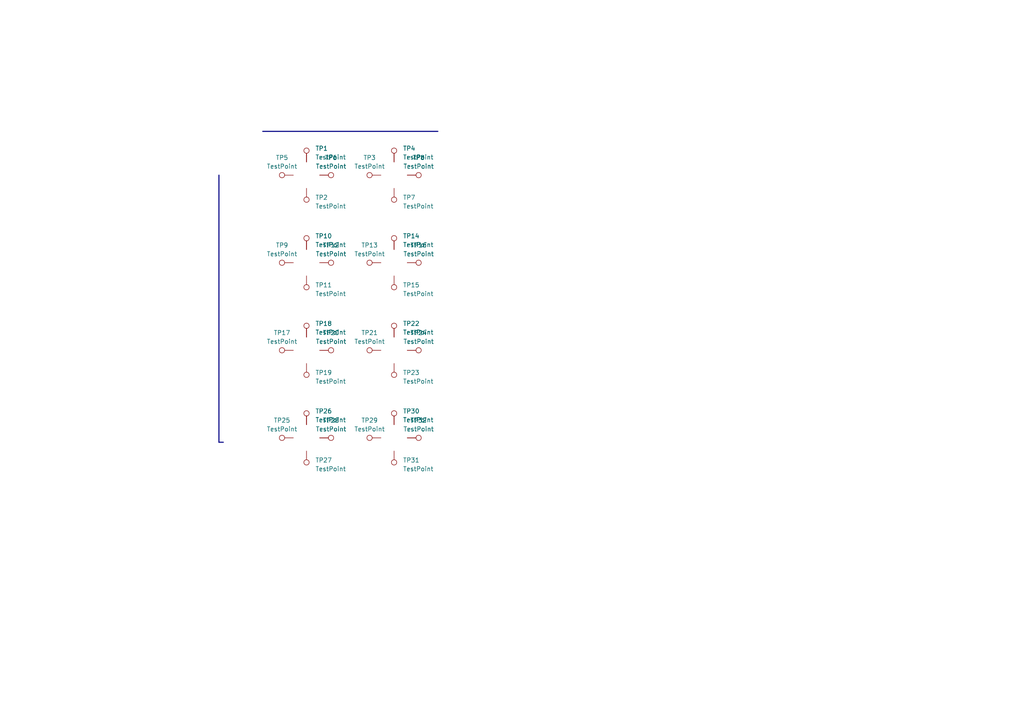
<source format=kicad_sch>
(kicad_sch (version 20230121) (generator eeschema)
  (paper "A4")
  (lib_symbols
    (symbol "Connector:TestPoint" (pin_numbers hide) (pin_names (offset 0.762) hide)
      (property "Reference" "TP" (at 0 6.858 0))
      (property "Value" "TestPoint" (at 0 5.08 0))
      (symbol "TestPoint_0_1"
        (circle (center 0 3.302) (radius 0.762))
      )
      (symbol "TestPoint_1_1"
        (pin passive line (at 0 0 90) (length 2.54) (name "1") (number "1"))
      )
    )
  )
  (bus (pts (xy 76.2 38.1) (xy 127 38.1)))
  (bus (pts (xy 63.5 50.8) (xy 63.5 128.27)))
  (bus (pts (xy 63.5 128.27) (xy 64.77 128.27)))
  (symbol (lib_id "Connector:TestPoint") (at 85.09 50.8 90) (unit 1)
    (property "Reference" "TP5" (at 81.788 45.72 90))
    (property "Value" "TestPoint" (at 81.788 48.26 90))
    (property "Footprint" "TestPoint:TestPoint_Pad_1.0x1.0mm" (effects hide))
  )
  (symbol (lib_id "Connector:TestPoint") (at 110.49 101.6 90) (unit 1)
    (property "Reference" "TP21" (at 107.188 96.52 90))
    (property "Value" "TestPoint" (at 107.188 99.06 90))
    (property "Footprint" "TestPoint:TestPoint_Pad_1.0x1.0mm" (effects hide))
  )
  (symbol (lib_id "Connector:TestPoint") (at 118.11 127 270) (mirror x) (unit 1)
    (property "Reference" "TP32" (at 121.412 121.92 90))
    (property "Value" "TestPoint" (at 121.412 124.46 90))
    (property "Footprint" "TestPoint:TestPoint_Pad_1.0x1.0mm" (effects hide))
  )
  (symbol (lib_id "Connector:TestPoint") (at 88.9 123.19 0) (unit 1)
    (property "Reference" "TP26" (at 91.44 119.253 0) (effects (justify left)))
    (property "Value" "TestPoint" (at 91.44 121.793 0) (effects (justify left)))
    (property "Footprint" "TestPoint:TestPoint_Pad_1.0x1.0mm" (effects hide))
  )
  (symbol (lib_id "Connector:TestPoint") (at 85.09 127 90) (unit 1)
    (property "Reference" "TP25" (at 81.788 121.92 90))
    (property "Value" "TestPoint" (at 81.788 124.46 90))
    (property "Footprint" "TestPoint:TestPoint_Pad_1.0x1.0mm" (effects hide))
  )
  (symbol (lib_id "Connector:TestPoint") (at 92.71 76.2 270) (mirror x) (unit 1)
    (property "Reference" "TP12" (at 96.012 71.12 90))
    (property "Value" "TestPoint" (at 96.012 73.66 90))
    (property "Footprint" "TestPoint:TestPoint_Pad_1.0x1.0mm" (effects hide))
  )
  (symbol (lib_id "Connector:TestPoint") (at 88.9 72.39 0) (unit 1)
    (property "Reference" "TP10" (at 91.44 68.453 0) (effects (justify left)))
    (property "Value" "TestPoint" (at 91.44 70.993 0) (effects (justify left)))
    (property "Footprint" "TestPoint:TestPoint_Pad_1.0x1.0mm" (effects hide))
  )
  (symbol (lib_id "Connector:TestPoint") (at 88.9 130.81 180) (unit 1)
    (property "Reference" "TP27" (at 91.44 133.477 0) (effects (justify right)))
    (property "Value" "TestPoint" (at 91.44 136.017 0) (effects (justify right)))
    (property "Footprint" "TestPoint:TestPoint_Pad_1.0x1.0mm" (effects hide))
  )
  (symbol (lib_id "Connector:TestPoint") (at 88.9 54.61 180) (unit 1)
    (property "Reference" "TP2" (at 91.44 57.277 0) (effects (justify right)))
    (property "Value" "TestPoint" (at 91.44 59.817 0) (effects (justify right)))
    (property "Footprint" "TestPoint:TestPoint_Pad_1.0x1.0mm" (effects hide))
  )
  (symbol (lib_id "Connector:TestPoint") (at 110.49 127 90) (unit 1)
    (property "Reference" "TP29" (at 107.188 121.92 90))
    (property "Value" "TestPoint" (at 107.188 124.46 90))
    (property "Footprint" "TestPoint:TestPoint_Pad_1.0x1.0mm" (effects hide))
  )
  (symbol (lib_id "Connector:TestPoint") (at 92.71 101.6 270) (mirror x) (unit 1)
    (property "Reference" "TP20" (at 96.012 96.52 90))
    (property "Value" "TestPoint" (at 96.012 99.06 90))
    (property "Footprint" "TestPoint:TestPoint_Pad_1.0x1.0mm" (effects hide))
  )
  (symbol (lib_id "Connector:TestPoint") (at 114.3 123.19 0) (unit 1)
    (property "Reference" "TP30" (at 116.84 119.253 0) (effects (justify left)))
    (property "Value" "TestPoint" (at 116.84 121.793 0) (effects (justify left)))
    (property "Footprint" "TestPoint:TestPoint_Pad_1.0x1.0mm" (effects hide))
  )
  (symbol (lib_id "Connector:TestPoint") (at 114.3 46.99 0) (unit 1)
    (property "Reference" "TP4" (at 116.84 43.053 0) (effects (justify left)))
    (property "Value" "TestPoint" (at 116.84 45.593 0) (effects (justify left)))
    (property "Footprint" "TestPoint:TestPoint_Pad_1.0x1.0mm" (effects hide))
  )
  (symbol (lib_id "Connector:TestPoint") (at 85.09 76.2 90) (unit 1)
    (property "Reference" "TP9" (at 81.788 71.12 90))
    (property "Value" "TestPoint" (at 81.788 73.66 90))
    (property "Footprint" "TestPoint:TestPoint_Pad_1.0x1.0mm" (effects hide))
  )
  (symbol (lib_id "Connector:TestPoint") (at 88.9 105.41 180) (unit 1)
    (property "Reference" "TP19" (at 91.44 108.077 0) (effects (justify right)))
    (property "Value" "TestPoint" (at 91.44 110.617 0) (effects (justify right)))
    (property "Footprint" "TestPoint:TestPoint_Pad_1.0x1.0mm" (effects hide))
  )
  (symbol (lib_id "Connector:TestPoint") (at 110.49 76.2 90) (unit 1)
    (property "Reference" "TP13" (at 107.188 71.12 90))
    (property "Value" "TestPoint" (at 107.188 73.66 90))
    (property "Footprint" "TestPoint:TestPoint_Pad_1.0x1.0mm" (effects hide))
  )
  (symbol (lib_id "Connector:TestPoint") (at 92.71 127 270) (mirror x) (unit 1)
    (property "Reference" "TP28" (at 96.012 121.92 90))
    (property "Value" "TestPoint" (at 96.012 124.46 90))
    (property "Footprint" "TestPoint:TestPoint_Pad_1.0x1.0mm" (effects hide))
  )
  (symbol (lib_id "Connector:TestPoint") (at 114.3 105.41 180) (unit 1)
    (property "Reference" "TP23" (at 116.84 108.077 0) (effects (justify right)))
    (property "Value" "TestPoint" (at 116.84 110.617 0) (effects (justify right)))
    (property "Footprint" "TestPoint:TestPoint_Pad_1.0x1.0mm" (effects hide))
  )
  (symbol (lib_id "Connector:TestPoint") (at 118.11 50.8 270) (mirror x) (unit 1)
    (property "Reference" "TP8" (at 121.412 45.72 90))
    (property "Value" "TestPoint" (at 121.412 48.26 90))
    (property "Footprint" "TestPoint:TestPoint_Pad_1.0x1.0mm" (effects hide))
  )
  (symbol (lib_id "Connector:TestPoint") (at 114.3 54.61 180) (unit 1)
    (property "Reference" "TP7" (at 116.84 57.277 0) (effects (justify right)))
    (property "Value" "TestPoint" (at 116.84 59.817 0) (effects (justify right)))
    (property "Footprint" "TestPoint:TestPoint_Pad_1.0x1.0mm" (effects hide))
  )
  (symbol (lib_id "Connector:TestPoint") (at 114.3 97.79 0) (unit 1)
    (property "Reference" "TP22" (at 116.84 93.853 0) (effects (justify left)))
    (property "Value" "TestPoint" (at 116.84 96.393 0) (effects (justify left)))
    (property "Footprint" "TestPoint:TestPoint_Pad_1.0x1.0mm" (effects hide))
  )
  (symbol (lib_id "Connector:TestPoint") (at 92.71 50.8 270) (mirror x) (unit 1)
    (property "Reference" "TP6" (at 96.012 45.72 90))
    (property "Value" "TestPoint" (at 96.012 48.26 90))
    (property "Footprint" "TestPoint:TestPoint_Pad_1.0x1.0mm" (effects hide))
  )
  (symbol (lib_id "Connector:TestPoint") (at 118.11 76.2 270) (mirror x) (unit 1)
    (property "Reference" "TP16" (at 121.412 71.12 90))
    (property "Value" "TestPoint" (at 121.412 73.66 90))
    (property "Footprint" "TestPoint:TestPoint_Pad_1.0x1.0mm" (effects hide))
  )
  (symbol (lib_id "Connector:TestPoint") (at 110.49 50.8 90) (unit 1)
    (property "Reference" "TP3" (at 107.188 45.72 90))
    (property "Value" "TestPoint" (at 107.188 48.26 90))
    (property "Footprint" "TestPoint:TestPoint_Pad_1.0x1.0mm" (effects hide))
  )
  (symbol (lib_id "Connector:TestPoint") (at 85.09 101.6 90) (unit 1)
    (property "Reference" "TP17" (at 81.788 96.52 90))
    (property "Value" "TestPoint" (at 81.788 99.06 90))
    (property "Footprint" "TestPoint:TestPoint_Pad_1.0x1.0mm" (effects hide))
  )
  (symbol (lib_id "Connector:TestPoint") (at 88.9 80.01 180) (unit 1)
    (property "Reference" "TP11" (at 91.44 82.677 0) (effects (justify right)))
    (property "Value" "TestPoint" (at 91.44 85.217 0) (effects (justify right)))
    (property "Footprint" "TestPoint:TestPoint_Pad_1.0x1.0mm" (effects hide))
  )
  (symbol (lib_id "Connector:TestPoint") (at 114.3 80.01 180) (unit 1)
    (property "Reference" "TP15" (at 116.84 82.677 0) (effects (justify right)))
    (property "Value" "TestPoint" (at 116.84 85.217 0) (effects (justify right)))
    (property "Footprint" "TestPoint:TestPoint_Pad_1.0x1.0mm" (effects hide))
  )
  (symbol (lib_id "Connector:TestPoint") (at 114.3 72.39 0) (unit 1)
    (property "Reference" "TP14" (at 116.84 68.453 0) (effects (justify left)))
    (property "Value" "TestPoint" (at 116.84 70.993 0) (effects (justify left)))
    (property "Footprint" "TestPoint:TestPoint_Pad_1.0x1.0mm" (effects hide))
  )
  (symbol (lib_id "Connector:TestPoint") (at 114.3 130.81 180) (unit 1)
    (property "Reference" "TP31" (at 116.84 133.477 0) (effects (justify right)))
    (property "Value" "TestPoint" (at 116.84 136.017 0) (effects (justify right)))
    (property "Footprint" "TestPoint:TestPoint_Pad_1.0x1.0mm" (effects hide))
  )
  (symbol (lib_id "Connector:TestPoint") (at 88.9 46.99 0) (unit 1)
    (property "Reference" "TP1" (at 91.44 43.053 0) (effects (justify left)))
    (property "Value" "TestPoint" (at 91.44 45.593 0) (effects (justify left)))
    (property "Footprint" "TestPoint:TestPoint_Pad_1.0x1.0mm" (effects hide))
  )
  (symbol (lib_id "Connector:TestPoint") (at 118.11 101.6 270) (mirror x) (unit 1)
    (property "Reference" "TP24" (at 121.412 96.52 90))
    (property "Value" "TestPoint" (at 121.412 99.06 90))
    (property "Footprint" "TestPoint:TestPoint_Pad_1.0x1.0mm" (effects hide))
  )
  (symbol (lib_id "Connector:TestPoint") (at 88.9 97.79 0) (unit 1)
    (property "Reference" "TP18" (at 91.44 93.853 0) (effects (justify left)))
    (property "Value" "TestPoint" (at 91.44 96.393 0) (effects (justify left)))
    (property "Footprint" "TestPoint:TestPoint_Pad_1.0x1.0mm" (effects hide))
  )
)
</source>
